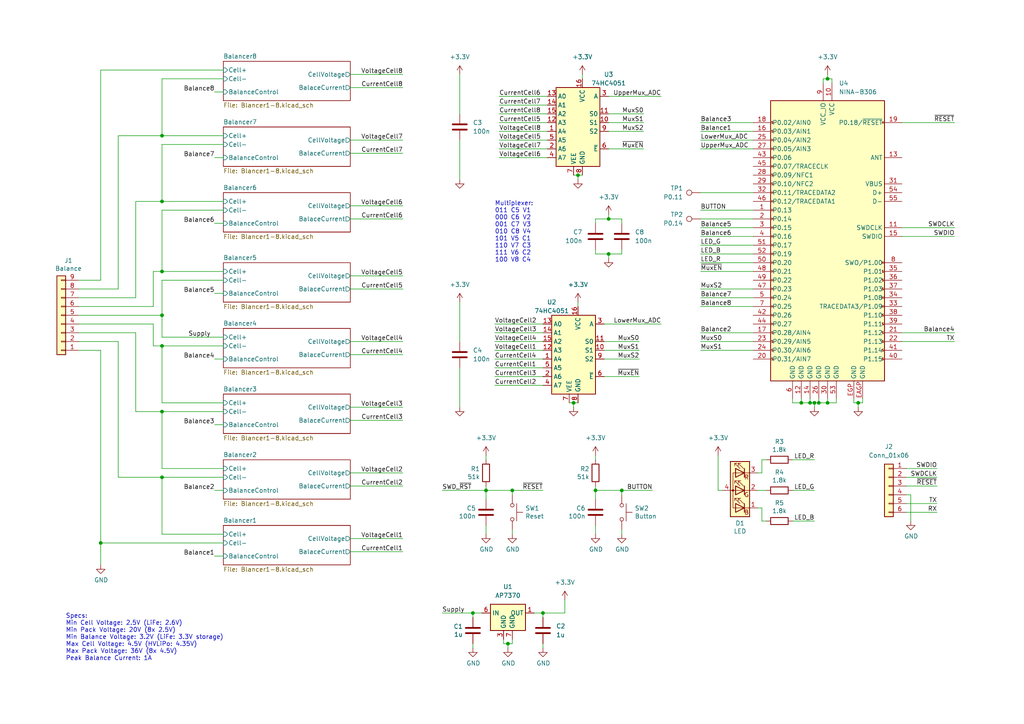
<source format=kicad_sch>
(kicad_sch (version 20211123) (generator eeschema)
  (paper "A4")
  (title_block (title "8-Cell Balancer") (date "2024-01-10") (rev "-"))
  (lib_symbols
    (symbol "0_ProjectLibrary:LDO_Diodes_AP7370"
      (property "Reference" "U?" (at 0 8.89 0))
      (property "Value" "LDO_Diodes_AP7370" (at 0 6.35 0))
      (symbol "LDO_Diodes_AP7370_0_0"
        (pin passive line (at -1.27 -6.35 90) (length 2.54) (name "GND") (number "3"))
        (pin no_connect line (at 0 0 180) (length 2.54) hide (name "") (number "4"))
        (pin passive line (at 1.27 -6.35 90) (length 2.54) (name "GND") (number "7"))
      )
      (symbol "LDO_Diodes_AP7370_0_1"
        (rectangle (start -5.08 3.81) (end 5.08 -3.81) (stroke (width 0.254)) (fill (type background)))
      )
      (symbol "LDO_Diodes_AP7370_1_1"
        (pin power_out line (at 7.62 1.27 180) (length 2.54) (name "OUT") (number "1"))
        (pin no_connect line (at 0 0 180) (length 2.54) hide (name "") (number "2"))
        (pin no_connect line (at 0 0 180) (length 2.54) hide (name "") (number "5"))
        (pin power_in line (at -7.62 1.27 0) (length 2.54) (name "IN") (number "6"))
      )
    )
    (symbol "0_ProjectLibrary:Module_NINA-B306"
      (property "Reference" "U" (at -16.51 41.91 0))
      (property "Value" "Module_NINA-B306" (at 16.51 41.91 0))
      (symbol "Module_NINA-B306_0_1"
        (rectangle (start -16.51 40.64) (end 16.51 -40.64) (stroke (width 0.254)) (fill (type background)))
      )
      (symbol "Module_NINA-B306_1_1"
        (text "  H" (at -16.51 -24.13 0) (effects (font (size 0.635 0.635))))
        (text "  H" (at -16.51 -21.59 0) (effects (font (size 0.635 0.635))))
        (text "  H" (at -16.51 -19.05 0) (effects (font (size 0.635 0.635))))
        (text "  H" (at -16.51 -16.51 0) (effects (font (size 0.635 0.635))))
        (text "  H" (at -16.51 -13.97 0) (effects (font (size 0.635 0.635))))
        (text "  H" (at -16.51 -11.43 0) (effects (font (size 0.635 0.635))))
        (text "  H" (at -16.51 -8.89 0) (effects (font (size 0.635 0.635))))
        (text "  H" (at -16.51 -6.35 0) (effects (font (size 0.635 0.635))))
        (text "  H" (at -16.51 -3.81 0) (effects (font (size 0.635 0.635))))
        (text "  H" (at -16.51 -1.27 0) (effects (font (size 0.635 0.635))))
        (text "  H" (at -16.51 1.27 0) (effects (font (size 0.635 0.635))))
        (text "  H" (at -16.51 3.81 0) (effects (font (size 0.635 0.635))))
        (text "  H" (at -16.51 6.35 0) (effects (font (size 0.635 0.635))))
        (text "  H" (at -16.51 8.89 0) (effects (font (size 0.635 0.635))))
        (text "  H" (at -16.51 11.43 0) (effects (font (size 0.635 0.635))))
        (text "  H" (at -16.51 13.97 0) (effects (font (size 0.635 0.635))))
        (text "  H" (at -16.51 21.59 0) (effects (font (size 0.635 0.635))))
        (text "  H" (at -16.51 24.13 0) (effects (font (size 0.635 0.635))))
        (text "  H" (at -16.51 26.67 0) (effects (font (size 0.635 0.635))))
        (text "  H" (at -16.51 29.21 0) (effects (font (size 0.635 0.635))))
        (text "  S" (at -16.51 -34.29 0) (effects (font (size 0.635 0.635))))
        (text "  S" (at -16.51 -31.75 0) (effects (font (size 0.635 0.635))))
        (text "  S" (at -16.51 -29.21 0) (effects (font (size 0.635 0.635))))
        (text "  S" (at -16.51 -26.67 0) (effects (font (size 0.635 0.635))))
        (text "  S" (at -16.51 16.51 0) (effects (font (size 0.635 0.635))))
        (text "  S" (at -16.51 19.05 0) (effects (font (size 0.635 0.635))))
        (text "  S" (at -16.51 31.75 0) (effects (font (size 0.635 0.635))))
        (text "  S" (at -16.51 34.29 0) (effects (font (size 0.635 0.635))))
        (text "H  " (at 16.51 -19.05 0) (effects (font (size 0.635 0.635))))
        (text "H  " (at 16.51 -16.51 0) (effects (font (size 0.635 0.635))))
        (text "H  " (at 16.51 -6.35 0) (effects (font (size 0.635 0.635))))
        (text "H  " (at 16.51 34.29 0) (effects (font (size 0.635 0.635))))
        (text "S  " (at 16.51 -34.29 0) (effects (font (size 0.635 0.635))))
        (text "S  " (at 16.51 -31.75 0) (effects (font (size 0.635 0.635))))
        (text "S  " (at 16.51 -29.21 0) (effects (font (size 0.635 0.635))))
        (text "S  " (at 16.51 -26.67 0) (effects (font (size 0.635 0.635))))
        (text "S  " (at 16.51 -24.13 0) (effects (font (size 0.635 0.635))))
        (text "S  " (at 16.51 -21.59 0) (effects (font (size 0.635 0.635))))
        (text "S  " (at 16.51 -13.97 0) (effects (font (size 0.635 0.635))))
        (text "S  " (at 16.51 -11.43 0) (effects (font (size 0.635 0.635))))
        (text "S  " (at 16.51 -8.89 0) (effects (font (size 0.635 0.635))))
        (pin bidirectional line (at -21.59 8.89 0) (length 5.08) (name "P0.13") (number "1"))
        (pin power_in line (at 1.27 45.72 270) (length 5.08) (name "VCC") (number "10"))
        (pin input line (at 21.59 3.81 180) (length 5.08) (name "SWDCLK") (number "11"))
        (pin power_in line (at -7.62 -45.72 90) (length 5.08) (name "GND") (number "12"))
        (pin passive line (at 21.59 24.13 180) (length 5.08) (name "ANT") (number "13"))
        (pin power_in line (at -5.08 -45.72 90) (length 5.08) (name "GND") (number "14"))
        (pin bidirectional line (at 21.59 1.27 180) (length 5.08) (name "SWDIO") (number "15"))
        (pin bidirectional line (at -21.59 31.75 0) (length 5.08) (name "P0.03/AIN1") (number "16"))
        (pin bidirectional line (at -21.59 -26.67 0) (length 5.08) (name "P0.28/AIN4") (number "17"))
        (pin bidirectional line (at -21.59 34.29 0) (length 5.08) (name "P0.02/AIN0") (number "18"))
        (pin bidirectional line (at 21.59 34.29 180) (length 5.08) (name "P0.18/~{RESET}") (number "19"))
        (pin bidirectional line (at -21.59 6.35 0) (length 5.08) (name "P0.14") (number "2"))
        (pin bidirectional line (at -21.59 -34.29 0) (length 5.08) (name "P0.31/AIN7") (number "20"))
        (pin bidirectional line (at 21.59 -26.67 180) (length 5.08) (name "P1.12") (number "21"))
        (pin bidirectional line (at 21.59 -29.21 180) (length 5.08) (name "P1.13") (number "22"))
        (pin bidirectional line (at -21.59 -29.21 0) (length 5.08) (name "P0.29/AIN5") (number "23"))
        (pin bidirectional line (at -21.59 -31.75 0) (length 5.08) (name "P0.30/AIN6") (number "24"))
        (pin bidirectional line (at -21.59 29.21 0) (length 5.08) (name "P0.04/AIN2") (number "25"))
        (pin power_in line (at -2.54 -45.72 90) (length 5.08) (name "GND") (number "26"))
        (pin bidirectional line (at -21.59 26.67 0) (length 5.08) (name "P0.05/AIN3") (number "27"))
        (pin bidirectional line (at -21.59 19.05 0) (length 5.08) (name "P0.09/NFC1") (number "28"))
        (pin bidirectional line (at -21.59 16.51 0) (length 5.08) (name "P0.10/NFC2") (number "29"))
        (pin bidirectional line (at -21.59 3.81 0) (length 5.08) (name "P0.15") (number "3"))
        (pin power_in line (at 0 -45.72 90) (length 5.08) (name "GND") (number "30"))
        (pin power_in line (at 21.59 16.51 180) (length 5.08) (name "VBUS") (number "31"))
        (pin bidirectional line (at -21.59 13.97 0) (length 5.08) (name "P0.11/TRACEDATA2") (number "32"))
        (pin bidirectional line (at 21.59 -19.05 180) (length 5.08) (name "TRACEDATA3/P1.09") (number "33"))
        (pin bidirectional line (at 21.59 -16.51 180) (length 5.08) (name "P1.08") (number "34"))
        (pin bidirectional line (at 21.59 -8.89 180) (length 5.08) (name "P1.01") (number "35"))
        (pin bidirectional line (at 21.59 -11.43 180) (length 5.08) (name "P1.02") (number "36"))
        (pin bidirectional line (at 21.59 -13.97 180) (length 5.08) (name "P1.03") (number "37"))
        (pin bidirectional line (at 21.59 -21.59 180) (length 5.08) (name "P1.10") (number "38"))
        (pin bidirectional line (at 21.59 -24.13 180) (length 5.08) (name "P1.11") (number "39"))
        (pin bidirectional line (at -21.59 1.27 0) (length 5.08) (name "P0.16") (number "4"))
        (pin bidirectional line (at 21.59 -34.29 180) (length 5.08) (name "P1.15") (number "40"))
        (pin bidirectional line (at 21.59 -31.75 180) (length 5.08) (name "P1.14") (number "41"))
        (pin bidirectional line (at -21.59 -21.59 0) (length 5.08) (name "P0.26") (number "42"))
        (pin bidirectional line (at -21.59 24.13 0) (length 5.08) (name "P0.06") (number "43"))
        (pin bidirectional line (at -21.59 -24.13 0) (length 5.08) (name "P0.27") (number "44"))
        (pin bidirectional line (at -21.59 21.59 0) (length 5.08) (name "P0.07/TRACECLK") (number "45"))
        (pin bidirectional line (at -21.59 11.43 0) (length 5.08) (name "P0.12/TRACEDATA1") (number "46"))
        (pin bidirectional line (at -21.59 -13.97 0) (length 5.08) (name "P0.23") (number "47"))
        (pin bidirectional line (at -21.59 -8.89 0) (length 5.08) (name "P0.21") (number "48"))
        (pin bidirectional line (at -21.59 -11.43 0) (length 5.08) (name "P0.22") (number "49"))
        (pin bidirectional line (at -21.59 -16.51 0) (length 5.08) (name "P0.24") (number "5"))
        (pin bidirectional line (at -21.59 -6.35 0) (length 5.08) (name "P0.20") (number "50"))
        (pin bidirectional line (at -21.59 -1.27 0) (length 5.08) (name "P0.17") (number "51"))
        (pin bidirectional line (at -21.59 -3.81 0) (length 5.08) (name "P0.19") (number "52"))
        (pin power_in line (at 2.54 -45.72 90) (length 5.08) (name "GND") (number "53"))
        (pin bidirectional line (at 21.59 13.97 180) (length 5.08) (name "D+") (number "54"))
        (pin bidirectional line (at 21.59 11.43 180) (length 5.08) (name "D-") (number "55"))
        (pin power_in line (at -10.16 -45.72 90) (length 5.08) (name "GND") (number "6"))
        (pin bidirectional line (at -21.59 -19.05 0) (length 5.08) (name "P0.25") (number "7"))
        (pin bidirectional line (at 21.59 -6.35 180) (length 5.08) (name "SWO/P1.00") (number "8"))
        (pin power_in line (at -1.27 45.72 270) (length 5.08) (name "VCC_IO") (number "9"))
        (pin power_in line (at 10.16 -45.72 90) (length 5.08) (name "GND") (number "EAGP"))
        (pin power_in line (at 7.62 -45.72 90) (length 5.08) (name "GND") (number "EGP"))
      )
    )
    (symbol "74HC4051_1"
      (property "Reference" "U7" (at -7.62 13.97 0))
      (property "Value" "74HC4051" (at -7.62 11.43 0))
      (symbol "74HC4051_1_0_1"
        (rectangle (start -5.08 10.16) (end 7.62 -12.7) (stroke (width 0.254)) (fill (type background)))
      )
      (symbol "74HC4051_1_1_1"
        (pin passive line (at 10.16 -2.54 180) (length 2.54) (name "A4") (number "1"))
        (pin input line (at -7.62 0 0) (length 2.54) (name "S1") (number "10"))
        (pin input line (at -7.62 2.54 0) (length 2.54) (name "S0") (number "11"))
        (pin passive line (at 10.16 0 180) (length 2.54) (name "A3") (number "12"))
        (pin passive line (at 10.16 7.62 180) (length 2.54) (name "A0") (number "13"))
        (pin passive line (at 10.16 5.08 180) (length 2.54) (name "A1") (number "14"))
        (pin passive line (at 10.16 2.54 180) (length 2.54) (name "A2") (number "15"))
        (pin power_in line (at 0 12.7 270) (length 2.54) (name "VCC") (number "16"))
        (pin passive line (at 10.16 -7.62 180) (length 2.54) (name "A6") (number "2"))
        (pin passive line (at -7.62 7.62 0) (length 2.54) (name "A") (number "3"))
        (pin passive line (at 10.16 -10.16 180) (length 2.54) (name "A7") (number "4"))
        (pin passive line (at 10.16 -5.08 180) (length 2.54) (name "A5") (number "5"))
        (pin input line (at -7.62 -7.62 0) (length 2.54) (name "~{E}") (number "6"))
        (pin power_in line (at 2.54 -15.24 90) (length 2.54) (name "VEE") (number "7"))
        (pin power_in line (at 0 -15.24 90) (length 2.54) (name "GND") (number "8"))
        (pin input line (at -7.62 -2.54 0) (length 2.54) (name "S2") (number "9"))
      )
    )
    (symbol "74xx:74HC4051"
      (property "Reference" "U" (at -5.08 11.43 0))
      (property "Value" "74HC4051" (at -7.62 -13.97 0))
      (symbol "74HC4051_0_1"
        (rectangle (start -5.08 10.16) (end 7.62 -12.7) (stroke (width 0.254)) (fill (type background)))
      )
      (symbol "74HC4051_1_1"
        (pin passive line (at 10.16 -2.54 180) (length 2.54) (name "A4") (number "1"))
        (pin input line (at -7.62 0 0) (length 2.54) (name "S1") (number "10"))
        (pin input line (at -7.62 2.54 0) (length 2.54) (name "S0") (number "11"))
        (pin passive line (at 10.16 0 180) (length 2.54) (name "A3") (number "12"))
        (pin passive line (at 10.16 7.62 180) (length 2.54) (name "A0") (number "13"))
        (pin passive line (at 10.16 5.08 180) (length 2.54) (name "A1") (number "14"))
        (pin passive line (at 10.16 2.54 180) (length 2.54) (name "A2") (number "15"))
        (pin power_in line (at 0 12.7 270) (length 2.54) (name "VCC") (number "16"))
        (pin passive line (at 10.16 -7.62 180) (length 2.54) (name "A6") (number "2"))
        (pin passive line (at -7.62 7.62 0) (length 2.54) (name "A") (number "3"))
        (pin passive line (at 10.16 -10.16 180) (length 2.54) (name "A7") (number "4"))
        (pin passive line (at 10.16 -5.08 180) (length 2.54) (name "A5") (number "5"))
        (pin input line (at -7.62 -7.62 0) (length 2.54) (name "~{E}") (number "6"))
        (pin power_in line (at 2.54 -15.24 90) (length 2.54) (name "VEE") (number "7"))
        (pin power_in line (at 0 -15.24 90) (length 2.54) (name "GND") (number "8"))
        (pin input line (at -7.62 -2.54 0) (length 2.54) (name "S2") (number "9"))
      )
    )
    (symbol "Connector:TestPoint" (pin_numbers hide) (pin_names (offset 0.762) hide)
      (property "Reference" "TP" (at 0 6.858 0))
      (property "Value" "TestPoint" (at 0 5.08 0))
      (symbol "TestPoint_0_1"
        (circle (center 0 3.302) (radius 0.762))
      )
      (symbol "TestPoint_1_1"
        (pin passive line (at 0 0 90) (length 2.54) (name "1") (number "1"))
      )
    )
    (symbol "Connector_Generic:Conn_01x06" (pin_names (offset 1.016) hide)
      (property "Reference" "J" (at 0 7.62 0))
      (property "Value" "Conn_01x06" (at 0 -10.16 0))
      (symbol "Conn_01x06_1_1"
        (rectangle (start -1.27 -7.493) (end 0 -7.747) (stroke (width 0.1524)))
        (rectangle (start -1.27 -4.953) (end 0 -5.207) (stroke (width 0.1524)))
        (rectangle (start -1.27 -2.413) (end 0 -2.667) (stroke (width 0.1524)))
        (rectangle (start -1.27 0.127) (end 0 -0.127) (stroke (width 0.1524)))
        (rectangle (start -1.27 2.667) (end 0 2.413) (stroke (width 0.1524)))
        (rectangle (start -1.27 5.207) (end 0 4.953) (stroke (width 0.1524)))
        (rectangle (start -1.27 6.35) (end 1.27 -8.89) (stroke (width 0.254)) (fill (type background)))
        (pin passive line (at -5.08 5.08 0) (length 3.81) (name "Pin_1") (number "1"))
        (pin passive line (at -5.08 2.54 0) (length 3.81) (name "Pin_2") (number "2"))
        (pin passive line (at -5.08 0 0) (length 3.81) (name "Pin_3") (number "3"))
        (pin passive line (at -5.08 -2.54 0) (length 3.81) (name "Pin_4") (number "4"))
        (pin passive line (at -5.08 -5.08 0) (length 3.81) (name "Pin_5") (number "5"))
        (pin passive line (at -5.08 -7.62 0) (length 3.81) (name "Pin_6") (number "6"))
      )
    )
    (symbol "Connector_Generic:Conn_01x09" (pin_names (offset 1.016) hide)
      (property "Reference" "J" (at 0 12.7 0))
      (property "Value" "Conn_01x09" (at 0 -12.7 0))
      (symbol "Conn_01x09_1_1"
        (rectangle (start -1.27 -10.033) (end 0 -10.287) (stroke (width 0.1524)))
        (rectangle (start -1.27 -7.493) (end 0 -7.747) (stroke (width 0.1524)))
        (rectangle (start -1.27 -4.953) (end 0 -5.207) (stroke (width 0.1524)))
        (rectangle (start -1.27 -2.413) (end 0 -2.667) (stroke (width 0.1524)))
        (rectangle (start -1.27 0.127) (end 0 -0.127) (stroke (width 0.1524)))
        (rectangle (start -1.27 2.667) (end 0 2.413) (stroke (width 0.1524)))
        (rectangle (start -1.27 5.207) (end 0 4.953) (stroke (width 0.1524)))
        (rectangle (start -1.27 7.747) (end 0 7.493) (stroke (width 0.1524)))
        (rectangle (start -1.27 10.287) (end 0 10.033) (stroke (width 0.1524)))
        (rectangle (start -1.27 11.43) (end 1.27 -11.43) (stroke (width 0.254)) (fill (type background)))
        (pin passive line (at -5.08 10.16 0) (length 3.81) (name "Pin_1") (number "1"))
        (pin passive line (at -5.08 7.62 0) (length 3.81) (name "Pin_2") (number "2"))
        (pin passive line (at -5.08 5.08 0) (length 3.81) (name "Pin_3") (number "3"))
        (pin passive line (at -5.08 2.54 0) (length 3.81) (name "Pin_4") (number "4"))
        (pin passive line (at -5.08 0 0) (length 3.81) (name "Pin_5") (number "5"))
        (pin passive line (at -5.08 -2.54 0) (length 3.81) (name "Pin_6") (number "6"))
        (pin passive line (at -5.08 -5.08 0) (length 3.81) (name "Pin_7") (number "7"))
        (pin passive line (at -5.08 -7.62 0) (length 3.81) (name "Pin_8") (number "8"))
        (pin passive line (at -5.08 -10.16 0) (length 3.81) (name "Pin_9") (number "9"))
      )
    )
    (symbol "Device:C" (pin_numbers hide) (pin_names (offset 0.254))
      (property "Reference" "C" (at 0.635 2.54 0))
      (property "Value" "C" (at 0.635 -2.54 0))
      (symbol "C_0_1"
        (polyline (pts (xy -2.032 -0.762) (xy 2.032 -0.762)) (stroke (width 0.508)))
        (polyline (pts (xy -2.032 0.762) (xy 2.032 0.762)) (stroke (width 0.508)))
      )
      (symbol "C_1_1"
        (pin passive line (at 0 3.81 270) (length 2.794) (name "~") (number "1"))
        (pin passive line (at 0 -3.81 90) (length 2.794) (name "~") (number "2"))
      )
    )
    (symbol "Device:LED_BGRA" (pin_names (offset 0) hide)
      (property "Reference" "D" (at 0 9.398 0))
      (property "Value" "LED_BGRA" (at 0 -8.89 0))
      (symbol "LED_BGRA_0_0"
        (text "B" (at -1.905 -6.35 0) (effects (font (size 1.27 1.27))))
        (text "G" (at -1.905 -1.27 0) (effects (font (size 1.27 1.27))))
        (text "R" (at -1.905 3.81 0) (effects (font (size 1.27 1.27))))
      )
      (symbol "LED_BGRA_0_1"
        (polyline (pts (xy -1.27 -5.08) (xy -2.54 -5.08)))
        (polyline (pts (xy -1.27 -5.08) (xy 1.27 -5.08)))
        (polyline (pts (xy -1.27 -3.81) (xy -1.27 -6.35)) (stroke (width 0.254)))
        (polyline (pts (xy -1.27 0) (xy -2.54 0)))
        (polyline (pts (xy -1.27 1.27) (xy -1.27 -1.27)) (stroke (width 0.254)))
        (polyline (pts (xy -1.27 5.08) (xy -2.54 5.08)))
        (polyline (pts (xy -1.27 5.08) (xy 1.27 5.08)))
        (polyline (pts (xy -1.27 6.35) (xy -1.27 3.81)) (stroke (width 0.254)))
        (polyline (pts (xy 1.27 0) (xy -1.27 0)))
        (polyline (pts (xy 1.27 0) (xy 2.54 0)))
        (polyline (pts (xy -1.27 1.27) (xy -1.27 -1.27) (xy -1.27 -1.27)))
        (polyline (pts (xy -1.27 6.35) (xy -1.27 3.81) (xy -1.27 3.81)))
        (polyline (pts (xy 1.27 -5.08) (xy 2.032 -5.08) (xy 2.032 5.08) (xy 1.27 5.08)))
        (polyline (pts (xy 1.27 -3.81) (xy 1.27 -6.35) (xy -1.27 -5.08) (xy 1.27 -3.81)) (stroke (width 0.254)))
        (polyline (pts (xy 1.27 1.27) (xy 1.27 -1.27) (xy -1.27 0) (xy 1.27 1.27)) (stroke (width 0.254)))
        (polyline (pts (xy 1.27 6.35) (xy 1.27 3.81) (xy -1.27 5.08) (xy 1.27 6.35)) (stroke (width 0.254)))
        (polyline (pts (xy -1.016 -3.81) (xy 0.508 -2.286) (xy -0.254 -2.286) (xy 0.508 -2.286) (xy 0.508 -3.048)))
        (polyline (pts (xy -1.016 1.27) (xy 0.508 2.794) (xy -0.254 2.794) (xy 0.508 2.794) (xy 0.508 2.032)))
        (polyline (pts (xy -1.016 6.35) (xy 0.508 7.874) (xy -0.254 7.874) (xy 0.508 7.874) (xy 0.508 7.112)))
        (polyline (pts (xy 0 -3.81) (xy 1.524 -2.286) (xy 0.762 -2.286) (xy 1.524 -2.286) (xy 1.524 -3.048)))
        (polyline (pts (xy 0 1.27) (xy 1.524 2.794) (xy 0.762 2.794) (xy 1.524 2.794) (xy 1.524 2.032)))
        (polyline (pts (xy 0 6.35) (xy 1.524 7.874) (xy 0.762 7.874) (xy 1.524 7.874) (xy 1.524 7.112)))
        (rectangle (start 1.27 -1.27) (end 1.27 1.27))
        (rectangle (start 1.27 1.27) (end 1.27 1.27))
        (rectangle (start 1.27 3.81) (end 1.27 6.35))
        (rectangle (start 1.27 6.35) (end 1.27 6.35))
        (circle (center 2.032 0) (radius 0.254) (fill (type outline)))
        (rectangle (start 2.794 8.382) (end -2.794 -7.62) (stroke (width 0.254)) (fill (type background)))
      )
      (symbol "LED_BGRA_1_1"
        (pin passive line (at -5.08 -5.08 0) (length 2.54) (name "BK") (number "1"))
        (pin passive line (at -5.08 0 0) (length 2.54) (name "GK") (number "2"))
        (pin passive line (at -5.08 5.08 0) (length 2.54) (name "RK") (number "3"))
        (pin passive line (at 5.08 0 180) (length 2.54) (name "A") (number "4"))
      )
    )
    (symbol "Device:R" (pin_numbers hide) (pin_names (offset 0))
      (property "Reference" "R" (at 2.032 0 90))
      (property "Value" "R" (at 0 0 90))
      (symbol "R_0_1"
        (rectangle (start -1.016 -2.54) (end 1.016 2.54) (stroke (width 0.254)))
      )
      (symbol "R_1_1"
        (pin passive line (at 0 3.81 270) (length 1.27) (name "~") (number "1"))
        (pin passive line (at 0 -3.81 90) (length 1.27) (name "~") (number "2"))
      )
    )
    (symbol "Switch:SW_Push" (pin_numbers hide) (pin_names (offset 1.016) hide)
      (property "Reference" "SW" (at 1.27 2.54 0))
      (property "Value" "SW_Push" (at 0 -1.524 0))
      (symbol "SW_Push_0_1"
        (circle (center -2.032 0) (radius 0.508))
        (polyline (pts (xy 0 1.27) (xy 0 3.048)))
        (polyline (pts (xy 2.54 1.27) (xy -2.54 1.27)))
        (circle (center 2.032 0) (radius 0.508))
        (pin passive line (at -5.08 0 0) (length 2.54) (name "1") (number "1"))
        (pin passive line (at 5.08 0 180) (length 2.54) (name "2") (number "2"))
      )
    )
    (symbol "power:+3.3V" (power) (pin_names (offset 0))
      (property "Value" "+3.3V" (at 0 3.556 0))
      (symbol "+3.3V_0_1"
        (polyline (pts (xy -0.762 1.27) (xy 0 2.54)))
        (polyline (pts (xy 0 0) (xy 0 2.54)))
        (polyline (pts (xy 0 2.54) (xy 0.762 1.27)))
      )
      (symbol "+3.3V_1_1"
        (pin power_in line (at 0 0 90) (length 0) hide (name "+3.3V") (number "1"))
      )
    )
    (symbol "power:GND" (power) (pin_names (offset 0))
      (property "Value" "GND" (at 0 -3.81 0))
      (symbol "GND_0_1"
        (polyline (pts (xy 0 0) (xy 0 -1.27) (xy 1.27 -1.27) (xy 0 -2.54) (xy -1.27 -1.27) (xy 0 -1.27)))
      )
      (symbol "GND_1_1"
        (pin power_in line (at 0 0 270) (length 0) hide (name "GND") (number "1"))
      )
    )
  )
  (junction (at 157.48 177.8))
  (junction (at 46.99 119.38))
  (junction (at 147.32 186.69))
  (junction (at 248.92 116.84))
  (junction (at 240.03 22.86))
  (junction (at 46.99 58.42))
  (junction (at 166.37 116.84))
  (junction (at 46.99 100.33))
  (junction (at 167.64 50.8))
  (junction (at 232.41 116.84))
  (junction (at 46.99 91.44))
  (junction (at 46.99 138.43))
  (junction (at 176.53 73.66))
  (junction (at 140.97 142.24))
  (junction (at 176.53 63.5))
  (junction (at 29.21 157.48))
  (junction (at 148.59 142.24))
  (junction (at 236.22 116.84))
  (junction (at 172.72 142.24))
  (junction (at 240.03 116.84))
  (junction (at 180.34 142.24))
  (junction (at 137.16 177.8))
  (junction (at 46.99 39.37))
  (junction (at 234.95 116.84))
  (junction (at 46.99 78.74))
  (junction (at 237.49 116.84))
  (wire (pts (xy 262.89 143.51) (xy 264.16 143.51)))
  (wire (pts (xy 203.2 96.52) (xy 218.44 96.52)))
  (wire (pts (xy 143.51 99.06) (xy 157.48 99.06)))
  (wire (pts (xy 29.21 20.32) (xy 29.21 81.28)))
  (wire (pts (xy 250.19 115.57) (xy 250.19 116.84)))
  (wire (pts (xy 203.2 76.2) (xy 218.44 76.2)))
  (wire (pts (xy 229.87 142.24) (xy 236.22 142.24)))
  (wire (pts (xy 62.23 104.14) (xy 64.77 104.14)))
  (wire (pts (xy 34.29 138.43) (xy 46.99 138.43)))
  (wire (pts (xy 137.16 186.69) (xy 137.16 187.96)))
  (wire (pts (xy 22.86 91.44) (xy 46.99 91.44)))
  (wire (pts (xy 157.48 101.6) (xy 143.51 101.6)))
  (wire (pts (xy 101.6 59.69) (xy 116.84 59.69)))
  (wire (pts (xy 203.2 68.58) (xy 218.44 68.58)))
  (wire (pts (xy 247.65 116.84) (xy 248.92 116.84)))
  (wire (pts (xy 133.35 87.63) (xy 133.35 99.06)))
  (wire (pts (xy 46.99 58.42) (xy 39.37 58.42)))
  (wire (pts (xy 34.29 39.37) (xy 46.99 39.37)))
  (wire (pts (xy 39.37 119.38) (xy 39.37 96.52)))
  (wire (pts (xy 208.28 142.24) (xy 209.55 142.24)))
  (wire (pts (xy 140.97 140.97) (xy 140.97 142.24)))
  (wire (pts (xy 163.83 177.8) (xy 157.48 177.8)))
  (wire (pts (xy 229.87 116.84) (xy 232.41 116.84)))
  (wire (pts (xy 208.28 132.08) (xy 208.28 142.24)))
  (wire (pts (xy 101.6 80.01) (xy 116.84 80.01)))
  (wire (pts (xy 46.99 138.43) (xy 46.99 154.94)))
  (wire (pts (xy 176.53 33.02) (xy 186.69 33.02)))
  (wire (pts (xy 62.23 142.24) (xy 64.77 142.24)))
  (wire (pts (xy 176.53 38.1) (xy 186.69 38.1)))
  (wire (pts (xy 140.97 142.24) (xy 128.27 142.24)))
  (wire (pts (xy 64.77 78.74) (xy 46.99 78.74)))
  (wire (pts (xy 44.45 93.98) (xy 22.86 93.98)))
  (wire (pts (xy 44.45 100.33) (xy 46.99 100.33)))
  (wire (pts (xy 264.16 143.51) (xy 264.16 151.13)))
  (wire (pts (xy 172.72 140.97) (xy 172.72 142.24)))
  (wire (pts (xy 101.6 140.97) (xy 116.84 140.97)))
  (wire (pts (xy 46.99 100.33) (xy 64.77 100.33)))
  (wire (pts (xy 143.51 93.98) (xy 157.48 93.98)))
  (wire (pts (xy 62.23 123.19) (xy 64.77 123.19)))
  (wire (pts (xy 44.45 88.9) (xy 22.86 88.9)))
  (wire (pts (xy 166.37 50.8) (xy 167.64 50.8)))
  (wire (pts (xy 175.26 99.06) (xy 185.42 99.06)))
  (wire (pts (xy 168.91 21.59) (xy 168.91 22.86)))
  (wire (pts (xy 101.6 121.92) (xy 116.84 121.92)))
  (wire (pts (xy 238.76 24.13) (xy 238.76 22.86)))
  (wire (pts (xy 191.77 93.98) (xy 175.26 93.98)))
  (wire (pts (xy 176.53 73.66) (xy 180.34 73.66)))
  (wire (pts (xy 101.6 156.21) (xy 116.84 156.21)))
  (wire (pts (xy 203.2 38.1) (xy 218.44 38.1)))
  (wire (pts (xy 218.44 101.6) (xy 203.2 101.6)))
  (wire (pts (xy 229.87 133.35) (xy 236.22 133.35)))
  (wire (pts (xy 101.6 160.02) (xy 116.84 160.02)))
  (wire (pts (xy 39.37 86.36) (xy 22.86 86.36)))
  (wire (pts (xy 148.59 153.67) (xy 148.59 154.94)))
  (wire (pts (xy 62.23 26.67) (xy 64.77 26.67)))
  (wire (pts (xy 175.26 101.6) (xy 185.42 101.6)))
  (wire (pts (xy 172.72 72.39) (xy 172.72 73.66)))
  (wire (pts (xy 157.48 96.52) (xy 143.51 96.52)))
  (wire (pts (xy 248.92 116.84) (xy 250.19 116.84)))
  (wire (pts (xy 218.44 99.06) (xy 203.2 99.06)))
  (wire (pts (xy 46.99 138.43) (xy 64.77 138.43)))
  (wire (pts (xy 203.2 60.96) (xy 218.44 60.96)))
  (wire (pts (xy 158.75 33.02) (xy 144.78 33.02)))
  (wire (pts (xy 176.53 43.18) (xy 186.69 43.18)))
  (wire (pts (xy 236.22 116.84) (xy 236.22 118.11)))
  (wire (pts (xy 220.98 147.32) (xy 219.71 147.32)))
  (wire (pts (xy 237.49 115.57) (xy 237.49 116.84)))
  (wire (pts (xy 163.83 173.99) (xy 163.83 177.8)))
  (wire (pts (xy 248.92 116.84) (xy 248.92 118.11)))
  (wire (pts (xy 29.21 157.48) (xy 29.21 163.83)))
  (wire (pts (xy 261.62 66.04) (xy 276.86 66.04)))
  (wire (pts (xy 101.6 21.59) (xy 116.84 21.59)))
  (wire (pts (xy 172.72 142.24) (xy 172.72 144.78)))
  (wire (pts (xy 39.37 96.52) (xy 22.86 96.52)))
  (wire (pts (xy 147.32 186.69) (xy 148.59 186.69)))
  (wire (pts (xy 176.53 63.5) (xy 180.34 63.5)))
  (wire (pts (xy 34.29 99.06) (xy 22.86 99.06)))
  (wire (pts (xy 147.32 186.69) (xy 147.32 187.96)))
  (wire (pts (xy 262.89 146.05) (xy 271.78 146.05)))
  (wire (pts (xy 39.37 119.38) (xy 46.99 119.38)))
  (wire (pts (xy 180.34 142.24) (xy 189.23 142.24)))
  (wire (pts (xy 203.2 86.36) (xy 218.44 86.36)))
  (wire (pts (xy 203.2 55.88) (xy 218.44 55.88)))
  (wire (pts (xy 237.49 116.84) (xy 240.03 116.84)))
  (wire (pts (xy 222.25 151.13) (xy 220.98 151.13)))
  (wire (pts (xy 143.51 111.76) (xy 157.48 111.76)))
  (wire (pts (xy 22.86 83.82) (xy 34.29 83.82)))
  (wire (pts (xy 166.37 118.11) (xy 166.37 116.84)))
  (wire (pts (xy 128.27 177.8) (xy 137.16 177.8)))
  (wire (pts (xy 158.75 35.56) (xy 144.78 35.56)))
  (wire (pts (xy 229.87 151.13) (xy 236.22 151.13)))
  (wire (pts (xy 175.26 109.22) (xy 185.42 109.22)))
  (wire (pts (xy 101.6 40.64) (xy 116.84 40.64)))
  (wire (pts (xy 146.05 186.69) (xy 147.32 186.69)))
  (wire (pts (xy 203.2 78.74) (xy 218.44 78.74)))
  (wire (pts (xy 158.75 38.1) (xy 144.78 38.1)))
  (wire (pts (xy 46.99 41.91) (xy 46.99 58.42)))
  (wire (pts (xy 101.6 44.45) (xy 116.84 44.45)))
  (wire (pts (xy 101.6 63.5) (xy 116.84 63.5)))
  (wire (pts (xy 220.98 151.13) (xy 220.98 147.32)))
  (wire (pts (xy 158.75 30.48) (xy 144.78 30.48)))
  (wire (pts (xy 157.48 186.69) (xy 157.48 187.96)))
  (wire (pts (xy 46.99 100.33) (xy 46.99 116.84)))
  (wire (pts (xy 29.21 81.28) (xy 22.86 81.28)))
  (wire (pts (xy 229.87 115.57) (xy 229.87 116.84)))
  (wire (pts (xy 137.16 177.8) (xy 139.7 177.8)))
  (wire (pts (xy 172.72 152.4) (xy 172.72 154.94)))
  (wire (pts (xy 29.21 157.48) (xy 64.77 157.48)))
  (wire (pts (xy 157.48 109.22) (xy 143.51 109.22)))
  (wire (pts (xy 203.2 35.56) (xy 218.44 35.56)))
  (wire (pts (xy 236.22 116.84) (xy 237.49 116.84)))
  (wire (pts (xy 64.77 97.79) (xy 46.99 97.79)))
  (wire (pts (xy 133.35 106.68) (xy 133.35 118.11)))
  (wire (pts (xy 157.48 177.8) (xy 157.48 179.07)))
  (wire (pts (xy 140.97 133.35) (xy 140.97 132.08)))
  (wire (pts (xy 203.2 43.18) (xy 218.44 43.18)))
  (wire (pts (xy 39.37 58.42) (xy 39.37 86.36)))
  (wire (pts (xy 46.99 60.96) (xy 46.99 78.74)))
  (wire (pts (xy 191.77 27.94) (xy 176.53 27.94)))
  (wire (pts (xy 240.03 21.59) (xy 240.03 22.86)))
  (wire (pts (xy 46.99 119.38) (xy 64.77 119.38)))
  (wire (pts (xy 157.48 177.8) (xy 154.94 177.8)))
  (wire (pts (xy 180.34 63.5) (xy 180.34 64.77)))
  (wire (pts (xy 232.41 115.57) (xy 232.41 116.84)))
  (wire (pts (xy 34.29 138.43) (xy 34.29 99.06)))
  (wire (pts (xy 62.23 161.29) (xy 64.77 161.29)))
  (wire (pts (xy 220.98 133.35) (xy 222.25 133.35)))
  (wire (pts (xy 167.64 87.63) (xy 167.64 88.9)))
  (wire (pts (xy 44.45 100.33) (xy 44.45 93.98)))
  (wire (pts (xy 46.99 39.37) (xy 64.77 39.37)))
  (wire (pts (xy 261.62 68.58) (xy 276.86 68.58)))
  (wire (pts (xy 262.89 135.89) (xy 271.78 135.89)))
  (wire (pts (xy 46.99 60.96) (xy 64.77 60.96)))
  (wire (pts (xy 148.59 185.42) (xy 148.59 186.69)))
  (wire (pts (xy 137.16 177.8) (xy 137.16 179.07)))
  (wire (pts (xy 175.26 104.14) (xy 185.42 104.14)))
  (wire (pts (xy 167.64 50.8) (xy 168.91 50.8)))
  (wire (pts (xy 180.34 142.24) (xy 180.34 143.51)))
  (wire (pts (xy 44.45 78.74) (xy 44.45 88.9)))
  (wire (pts (xy 144.78 27.94) (xy 158.75 27.94)))
  (wire (pts (xy 46.99 22.86) (xy 64.77 22.86)))
  (wire (pts (xy 64.77 20.32) (xy 29.21 20.32)))
  (wire (pts (xy 172.72 133.35) (xy 172.72 132.08)))
  (wire (pts (xy 180.34 153.67) (xy 180.34 154.94)))
  (wire (pts (xy 261.62 96.52) (xy 276.86 96.52)))
  (wire (pts (xy 261.62 99.06) (xy 276.86 99.06)))
  (wire (pts (xy 158.75 43.18) (xy 144.78 43.18)))
  (wire (pts (xy 148.59 142.24) (xy 148.59 143.51)))
  (wire (pts (xy 146.05 185.42) (xy 146.05 186.69)))
  (wire (pts (xy 203.2 40.64) (xy 218.44 40.64)))
  (wire (pts (xy 262.89 138.43) (xy 271.78 138.43)))
  (wire (pts (xy 262.89 148.59) (xy 271.78 148.59)))
  (wire (pts (xy 140.97 152.4) (xy 140.97 154.94)))
  (wire (pts (xy 64.77 135.89) (xy 46.99 135.89)))
  (wire (pts (xy 240.03 115.57) (xy 240.03 116.84)))
  (wire (pts (xy 144.78 45.72) (xy 158.75 45.72)))
  (wire (pts (xy 203.2 73.66) (xy 218.44 73.66)))
  (wire (pts (xy 101.6 118.11) (xy 116.84 118.11)))
  (wire (pts (xy 62.23 45.72) (xy 64.77 45.72)))
  (wire (pts (xy 203.2 83.82) (xy 218.44 83.82)))
  (wire (pts (xy 133.35 21.59) (xy 133.35 33.02)))
  (wire (pts (xy 262.89 140.97) (xy 271.78 140.97)))
  (wire (pts (xy 46.99 81.28) (xy 46.99 91.44)))
  (wire (pts (xy 46.99 41.91) (xy 64.77 41.91)))
  (wire (pts (xy 203.2 63.5) (xy 218.44 63.5)))
  (wire (pts (xy 240.03 22.86) (xy 241.3 22.86)))
  (wire (pts (xy 64.77 116.84) (xy 46.99 116.84)))
  (wire (pts (xy 166.37 116.84) (xy 167.64 116.84)))
  (wire (pts (xy 176.53 35.56) (xy 186.69 35.56)))
  (wire (pts (xy 101.6 102.87) (xy 116.84 102.87)))
  (wire (pts (xy 172.72 73.66) (xy 176.53 73.66)))
  (wire (pts (xy 203.2 71.12) (xy 218.44 71.12)))
  (wire (pts (xy 140.97 142.24) (xy 148.59 142.24)))
  (wire (pts (xy 34.29 83.82) (xy 34.29 39.37)))
  (wire (pts (xy 232.41 116.84) (xy 234.95 116.84)))
  (wire (pts (xy 167.64 52.07) (xy 167.64 50.8)))
  (wire (pts (xy 172.72 64.77) (xy 172.72 63.5)))
  (wire (pts (xy 219.71 137.16) (xy 220.98 137.16)))
  (wire (pts (xy 101.6 83.82) (xy 116.84 83.82)))
  (wire (pts (xy 203.2 66.04) (xy 218.44 66.04)))
  (wire (pts (xy 62.23 85.09) (xy 64.77 85.09)))
  (wire (pts (xy 203.2 88.9) (xy 218.44 88.9)))
  (wire (pts (xy 101.6 137.16) (xy 116.84 137.16)))
  (wire (pts (xy 172.72 63.5) (xy 176.53 63.5)))
  (wire (pts (xy 64.77 81.28) (xy 46.99 81.28)))
  (wire (pts (xy 176.53 62.23) (xy 176.53 63.5)))
  (wire (pts (xy 241.3 22.86) (xy 241.3 24.13)))
  (wire (pts (xy 46.99 22.86) (xy 46.99 39.37)))
  (wire (pts (xy 46.99 78.74) (xy 44.45 78.74)))
  (wire (pts (xy 242.57 115.57) (xy 242.57 116.84)))
  (wire (pts (xy 157.48 106.68) (xy 143.51 106.68)))
  (wire (pts (xy 133.35 40.64) (xy 133.35 52.07)))
  (wire (pts (xy 46.99 154.94) (xy 64.77 154.94)))
  (wire (pts (xy 46.99 91.44) (xy 46.99 97.79)))
  (wire (pts (xy 22.86 101.6) (xy 29.21 101.6)))
  (wire (pts (xy 140.97 142.24) (xy 140.97 144.78)))
  (wire (pts (xy 247.65 115.57) (xy 247.65 116.84)))
  (wire (pts (xy 220.98 137.16) (xy 220.98 133.35)))
  (wire (pts (xy 29.21 101.6) (xy 29.21 157.48)))
  (wire (pts (xy 238.76 22.86) (xy 240.03 22.86)))
  (wire (pts (xy 101.6 25.4) (xy 116.84 25.4)))
  (wire (pts (xy 101.6 99.06) (xy 116.84 99.06)))
  (wire (pts (xy 143.51 104.14) (xy 157.48 104.14)))
  (wire (pts (xy 165.1 116.84) (xy 166.37 116.84)))
  (wire (pts (xy 148.59 142.24) (xy 157.48 142.24)))
  (wire (pts (xy 219.71 142.24) (xy 222.25 142.24)))
  (wire (pts (xy 62.23 64.77) (xy 64.77 64.77)))
  (wire (pts (xy 176.53 73.66) (xy 176.53 74.93)))
  (wire (pts (xy 46.99 119.38) (xy 46.99 135.89)))
  (wire (pts (xy 64.77 58.42) (xy 46.99 58.42)))
  (wire (pts (xy 234.95 116.84) (xy 236.22 116.84)))
  (wire (pts (xy 240.03 116.84) (xy 242.57 116.84)))
  (wire (pts (xy 234.95 115.57) (xy 234.95 116.84)))
  (wire (pts (xy 158.75 40.64) (xy 144.78 40.64)))
  (wire (pts (xy 180.34 72.39) (xy 180.34 73.66)))
  (wire (pts (xy 261.62 35.56) (xy 276.86 35.56)))
  (wire (pts (xy 172.72 142.24) (xy 180.34 142.24)))
  (text "Specs:\nMin Cell Voltage: 2.5V (LiFe: 2.6V)\nMin Pack Voltage: 20V (8x 2.5V)\nMin Balance Voltage: 3.2V (LiFe: 3.3V storage)\nMax Cell Voltage: 4.5V (HVLiPo: 4.35V)\nMax Pack Voltage: 36V (8x 4.5V)\nPeak Balance Current: 1A" (at 19.05 191.77 0) (effects (font (size 1.27 1.27)) (justify left bottom)))
  (text "Multiplexer:\n011 C5 V1\n000 C6 V2\n001 C7 V3\n010 C8 V4\n101 V5 C1\n110 V7 C3\n111 V6 C2\n100 V8 C4" (at 143.51 76.2 0) (effects (font (size 1.27 1.27)) (justify left bottom)))
  (label "Supply" (at 54.61 97.79 0))
  (label "CurrentCell1" (at 116.84 160.02 180))
  (label "VoltageCell3" (at 116.84 118.11 180))
  (label "CurrentCell8" (at 116.84 25.4 180))
  (label "Balance5" (at 62.23 85.09 180))
  (label "VoltageCell8" (at 116.84 21.59 180))
  (label "VoltageCell7" (at 144.78 43.18 0))
  (label "VoltageCell7" (at 116.84 40.64 180))
  (label "LowerMux_ADC" (at 191.77 93.98 180))
  (label "VoltageCell4" (at 116.84 99.06 180))
  (label "Balance7" (at 203.2 86.36 0))
  (label "Balance6" (at 62.23 64.77 180))
  (label "SWDIO" (at 271.78 135.89 180))
  (label "CurrentCell2" (at 116.84 140.97 180))
  (label "UpperMux_ADC" (at 203.2 43.18 0))
  (label "CurrentCell4" (at 116.84 102.87 180))
  (label "LowerMux_ADC" (at 203.2 40.64 0))
  (label "CurrentCell6" (at 116.84 63.5 180))
  (label "Balance2" (at 203.2 96.52 0))
  (label "MuxS1" (at 186.69 35.56 180))
  (label "MuxS2" (at 203.2 83.82 0))
  (label "LED_G" (at 236.22 142.24 180))
  (label "LED_B" (at 236.22 151.13 180))
  (label "MuxS2" (at 186.69 38.1 180))
  (label "VoltageCell1" (at 116.84 156.21 180))
  (label "SWDIO" (at 276.86 68.58 180))
  (label "SWD_~{RST}" (at 128.27 142.24 0))
  (label "VoltageCell2" (at 143.51 93.98 0))
  (label "CurrentCell7" (at 144.78 30.48 0))
  (label "MuxS0" (at 186.69 33.02 180))
  (label "TX" (at 271.78 146.05 180))
  (label "~{MuxEN}" (at 203.2 78.74 0))
  (label "LED_R" (at 203.2 76.2 0))
  (label "VoltageCell5" (at 144.78 40.64 0))
  (label "LED_R" (at 236.22 133.35 180))
  (label "CurrentCell5" (at 144.78 35.56 0))
  (label "~{MuxEN}" (at 186.69 43.18 180))
  (label "BUTTON" (at 189.23 142.24 180))
  (label "Balance1" (at 62.23 161.29 180))
  (label "VoltageCell3" (at 143.51 96.52 0))
  (label "Balance8" (at 62.23 26.67 180))
  (label "CurrentCell5" (at 116.84 83.82 180))
  (label "UpperMux_ADC" (at 191.77 27.94 180))
  (label "Balance8" (at 203.2 88.9 0))
  (label "VoltageCell6" (at 116.84 59.69 180))
  (label "SWDCLK" (at 276.86 66.04 180))
  (label "~{MuxEN}" (at 185.42 109.22 180))
  (label "SWDCLK" (at 271.78 138.43 180))
  (label "Balance3" (at 203.2 35.56 0))
  (label "~{RESET}" (at 157.48 142.24 180))
  (label "VoltageCell5" (at 116.84 80.01 180))
  (label "CurrentCell7" (at 116.84 44.45 180))
  (label "RX" (at 271.78 148.59 180))
  (label "CurrentCell2" (at 143.51 111.76 0))
  (label "VoltageCell4" (at 143.51 99.06 0))
  (label "MuxS0" (at 203.2 99.06 0))
  (label "BUTTON" (at 203.2 60.96 0))
  (label "CurrentCell6" (at 144.78 27.94 0))
  (label "Balance5" (at 203.2 66.04 0))
  (label "VoltageCell8" (at 144.78 38.1 0))
  (label "CurrentCell8" (at 144.78 33.02 0))
  (label "VoltageCell6" (at 144.78 45.72 0))
  (label "Balance3" (at 62.23 123.19 180))
  (label "LED_G" (at 203.2 71.12 0))
  (label "Balance6" (at 203.2 68.58 0))
  (label "~{RESET}" (at 271.78 140.97 180))
  (label "~{RESET}" (at 276.86 35.56 180))
  (label "MuxS1" (at 203.2 101.6 0))
  (label "Supply" (at 128.27 177.8 0))
  (label "LED_B" (at 203.2 73.66 0))
  (label "MuxS2" (at 185.42 104.14 180))
  (label "CurrentCell3" (at 143.51 109.22 0))
  (label "VoltageCell1" (at 143.51 101.6 0))
  (label "VoltageCell2" (at 116.84 137.16 180))
  (label "Balance2" (at 62.23 142.24 180))
  (label "MuxS0" (at 185.42 99.06 180))
  (label "Balance7" (at 62.23 45.72 180))
  (label "CurrentCell3" (at 116.84 121.92 180))
  (label "TX" (at 276.86 99.06 180))
  (label "CurrentCell1" (at 143.51 106.68 0))
  (label "Balance4" (at 62.23 104.14 180))
  (label "Balance4" (at 276.86 96.52 180))
  (label "Balance1" (at 203.2 38.1 0))
  (label "CurrentCell4" (at 143.51 104.14 0))
  (label "MuxS1" (at 185.42 101.6 180))
  (symbol (lib_id "power:+3.3V") (at 208.28 132.08 0) (unit 1)
    (property "Reference" "#PWR021" (effects hide))
    (property "Value" "+3.3V" (at 208.28 127 0))
  )
  (symbol (lib_id "power:+3.3V") (at 167.64 87.63 0) (unit 1)
    (property "Reference" "#PWR016" (effects hide))
    (property "Value" "+3.3V" (at 167.64 82.55 0))
  )
  (symbol (lib_id "Device:C") (at 133.35 36.83 0) (unit 1)
    (property "Reference" "C3" (at 137.16 35.5599 0) (effects (justify left)))
    (property "Value" "100n" (at 137.16 38.0999 0) (effects (justify left)))
    (property "Footprint" "Capacitor_SMD:C_0402_1005Metric" (effects hide))
  )
  (symbol (lib_id "Connector:TestPoint") (at 203.2 55.88 90) (unit 1)
    (property "Reference" "TP1" (at 198.12 54.6099 90) (effects (justify left)))
    (property "Value" "P0.11" (at 198.12 57.1499 90) (effects (justify left)))
    (property "Footprint" "0_ProjectLibrary:TestPoint_Pad_D1.0mm" (effects hide))
  )
  (symbol (lib_id "power:+3.3V") (at 168.91 21.59 0) (unit 1)
    (property "Reference" "#PWR017" (effects hide))
    (property "Value" "+3.3V" (at 168.91 16.51 0))
  )
  (symbol (lib_id "0_ProjectLibrary:Module_NINA-B306") (at 240.03 69.85 0) (unit 1)
    (property "Reference" "U4" (at 243.3194 24.13 0) (effects (justify left)))
    (property "Value" "NINA-B306" (at 243.3194 26.67 0) (effects (justify left)))
    (property "Footprint" "0_ProjectLibrary:Module_ublox_NINA-B306" (effects hide))
  )
  (symbol (lib_id "power:+3.3V") (at 240.03 21.59 0) (unit 1)
    (property "Reference" "#PWR023" (effects hide))
    (property "Value" "+3.3V" (at 240.03 16.51 0))
  )
  (symbol (lib_id "power:GND") (at 172.72 154.94 0) (unit 1)
    (property "Reference" "#PWR019" (effects hide))
    (property "Value" "GND" (at 172.847 159.3342 0))
  )
  (symbol (lib_id "power:GND") (at 140.97 154.94 0) (unit 1)
    (property "Reference" "#PWR012" (effects hide))
    (property "Value" "GND" (at 141.097 159.3342 0))
  )
  (symbol (lib_id "Device:LED_BGRA") (at 214.63 142.24 0) (mirror y) (unit 1)
    (property "Reference" "D1" (at 214.63 151.765 0))
    (property "Value" "LED" (at 214.63 154.0764 0))
    (property "Footprint" "0_ProjectLibrary:LED_RGB_1x1mm" (effects hide))
  )
  (symbol (lib_id "power:+3.3V") (at 172.72 132.08 0) (unit 1)
    (property "Reference" "#PWR018" (effects hide))
    (property "Value" "+3.3V" (at 172.72 127 0))
  )
  (symbol (lib_id "power:GND") (at 180.34 154.94 0) (unit 1)
    (property "Reference" "#PWR020" (effects hide))
    (property "Value" "GND" (at 180.467 159.3342 0))
  )
  (symbol (lib_id "Device:C") (at 140.97 148.59 0) (unit 1)
    (property "Reference" "C5" (at 138.049 147.4216 0) (effects (justify right)))
    (property "Value" "100n" (at 138.049 149.733 0) (effects (justify right)))
    (property "Footprint" "Capacitor_SMD:C_0402_1005Metric" (effects hide))
  )
  (symbol (lib_id "power:GND") (at 137.16 187.96 0) (unit 1)
    (property "Reference" "#PWR02" (effects hide))
    (property "Value" "GND" (at 137.287 192.3542 0))
  )
  (symbol (lib_id "Device:C") (at 137.16 182.88 0) (unit 1)
    (property "Reference" "C1" (at 134.239 181.7116 0) (effects (justify right)))
    (property "Value" "1u" (at 134.239 184.023 0) (effects (justify right)))
    (property "Footprint" "Capacitor_SMD:C_0402_1005Metric" (effects hide))
  )
  (symbol (lib_id "power:GND") (at 133.35 52.07 0) (unit 1)
    (property "Reference" "#PWR07" (effects hide))
    (property "Value" "GND" (effects hide))
  )
  (symbol (lib_id "Connector_Generic:Conn_01x09") (at 17.78 91.44 180) (unit 1)
    (property "Reference" "J1" (at 19.8628 75.565 0))
    (property "Value" "Balance" (at 19.8628 77.8764 0))
    (property "Footprint" "Connector_PinHeader_2.54mm:PinHeader_1x09_P2.54mm_Vertical" (effects hide))
  )
  (symbol (lib_id "power:GND") (at 157.48 187.96 0) (unit 1)
    (property "Reference" "#PWR04" (effects hide))
    (property "Value" "GND" (at 157.607 192.3542 0))
  )
  (symbol (lib_id "power:+3.3V") (at 133.35 87.63 0) (unit 1)
    (property "Reference" "#PWR08" (effects hide))
    (property "Value" "+3.3V" (at 133.35 82.55 0))
  )
  (symbol (lib_id "Device:R") (at 140.97 137.16 0) (unit 1)
    (property "Reference" "R1" (at 139.2174 135.9916 0) (effects (justify right)))
    (property "Value" "51k" (at 139.2174 138.303 0) (effects (justify right)))
    (property "Footprint" "Resistor_SMD:R_0402_1005Metric" (effects hide))
  )
  (symbol (lib_id "power:GND") (at 166.37 118.11 0) (unit 1)
    (property "Reference" "#PWR014" (effects hide))
    (property "Value" "GND" (effects hide))
  )
  (symbol (lib_id "Switch:SW_Push") (at 148.59 148.59 270) (unit 1)
    (property "Reference" "SW1" (at 152.3492 147.4216 90) (effects (justify left)))
    (property "Value" "Reset" (at 152.3492 149.733 90) (effects (justify left)))
    (property "Footprint" "0_ProjectLibrary:Button_B3U-1000" (effects hide))
  )
  (symbol (lib_id "power:GND") (at 176.53 74.93 0) (unit 1)
    (property "Reference" "#PWR026" (effects hide))
    (property "Value" "GND" (effects hide))
  )
  (symbol (lib_id "power:GND") (at 148.59 154.94 0) (unit 1)
    (property "Reference" "#PWR013" (effects hide))
    (property "Value" "GND" (at 148.717 159.3342 0))
  )
  (symbol (lib_id "Device:C") (at 157.48 182.88 0) (unit 1)
    (property "Reference" "C2" (at 161.29 181.6099 0) (effects (justify left)))
    (property "Value" "1u" (at 161.29 184.1499 0) (effects (justify left)))
    (property "Footprint" "Capacitor_SMD:C_0402_1005Metric" (effects hide))
  )
  (symbol (lib_id "Device:R") (at 172.72 137.16 0) (unit 1)
    (property "Reference" "R2" (at 170.9674 135.9916 0) (effects (justify right)))
    (property "Value" "51k" (at 170.9674 138.303 0) (effects (justify right)))
    (property "Footprint" "Resistor_SMD:R_0402_1005Metric" (effects hide))
  )
  (symbol (lib_id "Device:R") (at 226.06 142.24 90) (mirror x) (unit 1)
    (property "Reference" "R4" (at 226.06 136.9822 90))
    (property "Value" "1.8k" (at 226.06 139.2936 90))
    (property "Footprint" "Resistor_SMD:R_0402_1005Metric" (effects hide))
  )
  (symbol (lib_id "Connector:TestPoint") (at 203.2 63.5 90) (unit 1)
    (property "Reference" "TP2" (at 198.12 62.2299 90) (effects (justify left)))
    (property "Value" "P0.14" (at 198.12 64.7699 90) (effects (justify left)))
    (property "Footprint" "0_ProjectLibrary:TestPoint_Pad_D1.0mm" (effects hide))
  )
  (symbol (lib_id "Device:R") (at 226.06 133.35 90) (mirror x) (unit 1)
    (property "Reference" "R3" (at 226.06 128.0922 90))
    (property "Value" "1.8k" (at 226.06 130.4036 90))
    (property "Footprint" "Resistor_SMD:R_0402_1005Metric" (effects hide))
  )
  (symbol (lib_name "74HC4051_1") (lib_id "74xx:74HC4051") (at 168.91 35.56 0) (mirror y) (unit 1)
    (property "Reference" "U3" (at 176.53 21.59 0))
    (property "Value" "74HC4051" (at 176.53 24.13 0))
    (property "Footprint" "0_ProjectLibrary:QFN-16-1EP_2.5x3.5mm_P0.5mm_EP1x2.5mm" (effects hide))
    (property "Datasheet" "http://www.ti.com/lit/ds/symlink/cd74hc4051.pdf" (effects hide))
  )
  (symbol (lib_id "power:GND") (at 264.16 151.13 0) (unit 1)
    (property "Reference" "#PWR010" (effects hide))
    (property "Value" "GND" (at 264.287 155.5242 0))
  )
  (symbol (lib_id "power:+3.3V") (at 163.83 173.99 0) (unit 1)
    (property "Reference" "#PWR05" (effects hide))
    (property "Value" "+3.3V" (at 163.83 168.91 0))
  )
  (symbol (lib_id "Device:C") (at 180.34 68.58 0) (unit 1)
    (property "Reference" "C8" (at 184.15 67.3099 0) (effects (justify left)))
    (property "Value" "100n" (at 184.15 69.8499 0) (effects (justify left)))
    (property "Footprint" "Capacitor_SMD:C_0402_1005Metric" (effects hide))
  )
  (symbol (lib_id "0_ProjectLibrary:LDO_Diodes_AP7370") (at 147.32 179.07 0) (unit 1)
    (property "Reference" "U1" (at 147.32 170.18 0))
    (property "Value" "AP7370" (at 147.32 172.72 0))
    (property "Footprint" "0_ProjectLibrary:Diodes_UDFN2020-6" (effects hide))
  )
  (symbol (lib_id "power:+3.3V") (at 176.53 62.23 0) (unit 1)
    (property "Reference" "#PWR025" (effects hide))
    (property "Value" "+3.3V" (at 176.53 57.15 0))
  )
  (symbol (lib_id "Device:R") (at 226.06 151.13 90) (mirror x) (unit 1)
    (property "Reference" "R5" (at 226.06 145.8722 90))
    (property "Value" "1.8k" (at 226.06 148.1836 90))
    (property "Footprint" "Resistor_SMD:R_0402_1005Metric" (effects hide))
  )
  (symbol (lib_id "Switch:SW_Push") (at 180.34 148.59 270) (unit 1)
    (property "Reference" "SW2" (at 184.0992 147.4216 90) (effects (justify left)))
    (property "Value" "Button" (at 184.0992 149.733 90) (effects (justify left)))
    (property "Footprint" "0_ProjectLibrary:Button_B3U-1000" (effects hide))
  )
  (symbol (lib_id "Connector_Generic:Conn_01x06") (at 257.81 140.97 0) (mirror y) (unit 1)
    (property "Reference" "J2" (at 257.81 129.54 0))
    (property "Value" "Conn_01x06" (at 257.81 132.08 0))
    (property "Footprint" "0_ProjectLibrary:PinHeader_1x06_P1.27mm_Vertical" (effects hide))
  )
  (symbol (lib_id "74xx:74HC4051") (at 167.64 101.6 0) (mirror y) (unit 1)
    (property "Reference" "U2" (at 160.02 87.63 0))
    (property "Value" "74HC4051" (at 160.02 90.17 0))
    (property "Footprint" "0_ProjectLibrary:QFN-16-1EP_2.5x3.5mm_P0.5mm_EP1x2.5mm" (effects hide))
    (property "Datasheet" "http://www.ti.com/lit/ds/symlink/cd74hc4051.pdf" (effects hide))
  )
  (symbol (lib_id "power:+3.3V") (at 133.35 21.59 0) (unit 1)
    (property "Reference" "#PWR06" (effects hide))
    (property "Value" "+3.3V" (at 133.35 16.51 0))
  )
  (symbol (lib_id "power:GND") (at 236.22 118.11 0) (unit 1)
    (property "Reference" "#PWR022" (effects hide))
    (property "Value" "GND" (effects hide))
  )
  (symbol (lib_id "Device:C") (at 172.72 148.59 0) (unit 1)
    (property "Reference" "C6" (at 169.8244 147.4216 0) (effects (justify right)))
    (property "Value" "100n" (at 169.8244 149.733 0) (effects (justify right)))
    (property "Footprint" "Capacitor_SMD:C_0402_1005Metric" (effects hide))
  )
  (symbol (lib_id "power:GND") (at 147.32 187.96 0) (unit 1)
    (property "Reference" "#PWR03" (effects hide))
    (property "Value" "GND" (at 147.447 192.3542 0))
  )
  (symbol (lib_id "power:GND") (at 29.21 163.83 0) (unit 1)
    (property "Reference" "#PWR01" (effects hide))
    (property "Value" "GND" (at 29.337 168.2242 0))
  )
  (symbol (lib_id "power:GND") (at 248.92 118.11 0) (unit 1)
    (property "Reference" "#PWR024" (effects hide))
    (property "Value" "GND" (effects hide))
  )
  (symbol (lib_id "power:GND") (at 167.64 52.07 0) (unit 1)
    (property "Reference" "#PWR015" (effects hide))
    (property "Value" "GND" (effects hide))
  )
  (symbol (lib_id "Device:C") (at 133.35 102.87 0) (unit 1)
    (property "Reference" "C4" (at 137.16 101.5999 0) (effects (justify left)))
    (property "Value" "100n" (at 137.16 104.1399 0) (effects (justify left)))
    (property "Footprint" "Capacitor_SMD:C_0402_1005Metric" (effects hide))
  )
  (symbol (lib_id "Device:C") (at 172.72 68.58 0) (unit 1)
    (property "Reference" "C7" (at 168.91 67.3099 0) (effects (justify right)))
    (property "Value" "100n" (at 168.91 69.8499 0) (effects (justify right)))
    (property "Footprint" "Capacitor_SMD:C_0402_1005Metric" (effects hide))
  )
  (symbol (lib_id "power:GND") (at 133.35 118.11 0) (unit 1)
    (property "Reference" "#PWR09" (effects hide))
    (property "Value" "GND" (effects hide))
  )
  (symbol (lib_id "power:+3.3V") (at 140.97 132.08 0) (unit 1)
    (property "Reference" "#PWR011" (effects hide))
    (property "Value" "+3.3V" (at 140.97 127 0))
  )
  (sheet (at 64.77 133.35) (size 36.83 11.43)
    (property "Sheet name" "Balancer2" (at 64.77 132.6384 0) (effects (justify left bottom)))
    (property "Sheet file" "Blancer1-8.kicad_sch" (at 64.77 145.3646 0) (effects (justify left top)))
    (pin "BalanceControl" input (at 64.77 142.24 180))
    (pin "Cell-" input (at 64.77 138.43 180))
    (pin "Cell+" input (at 64.77 135.89 180))
    (pin "BalaceCurrent" output (at 101.6 140.97 0))
    (pin "CellVoltage" output (at 101.6 137.16 0))
  )
  (sheet (at 64.77 114.3) (size 36.83 11.43)
    (property "Sheet name" "Balancer3" (at 64.77 113.5884 0) (effects (justify left bottom)))
    (property "Sheet file" "Blancer1-8.kicad_sch" (at 64.77 126.3146 0) (effects (justify left top)))
    (pin "BalanceControl" input (at 64.77 123.19 180))
    (pin "Cell-" input (at 64.77 119.38 180))
    (pin "Cell+" input (at 64.77 116.84 180))
    (pin "BalaceCurrent" output (at 101.6 121.92 0))
    (pin "CellVoltage" output (at 101.6 118.11 0))
  )
  (sheet (at 64.77 36.83) (size 36.83 11.43)
    (property "Sheet name" "Balancer7" (at 64.77 36.1184 0) (effects (justify left bottom)))
    (property "Sheet file" "Blancer1-8.kicad_sch" (at 64.77 48.8446 0) (effects (justify left top)))
    (pin "BalanceControl" input (at 64.77 45.72 180))
    (pin "Cell-" input (at 64.77 41.91 180))
    (pin "Cell+" input (at 64.77 39.37 180))
    (pin "BalaceCurrent" output (at 101.6 44.45 0))
    (pin "CellVoltage" output (at 101.6 40.64 0))
  )
  (sheet (at 64.77 17.78) (size 36.83 11.43)
    (property "Sheet name" "Balancer8" (at 64.77 17.0684 0) (effects (justify left bottom)))
    (property "Sheet file" "Blancer1-8.kicad_sch" (at 64.77 29.7946 0) (effects (justify left top)))
    (pin "BalanceControl" input (at 64.77 26.67 180))
    (pin "Cell-" input (at 64.77 22.86 180))
    (pin "Cell+" input (at 64.77 20.32 180))
    (pin "BalaceCurrent" output (at 101.6 25.4 0))
    (pin "CellVoltage" output (at 101.6 21.59 0))
  )
  (sheet (at 64.77 95.25) (size 36.83 11.43)
    (property "Sheet name" "Balancer4" (at 64.77 94.5384 0) (effects (justify left bottom)))
    (property "Sheet file" "Blancer1-8.kicad_sch" (at 64.77 107.2646 0) (effects (justify left top)))
    (pin "BalanceControl" input (at 64.77 104.14 180))
    (pin "Cell-" input (at 64.77 100.33 180))
    (pin "Cell+" input (at 64.77 97.79 180))
    (pin "BalaceCurrent" output (at 101.6 102.87 0))
    (pin "CellVoltage" output (at 101.6 99.06 0))
  )
  (sheet (at 64.77 76.2) (size 36.83 11.43)
    (property "Sheet name" "Balancer5" (at 64.77 75.4884 0) (effects (justify left bottom)))
    (property "Sheet file" "Blancer1-8.kicad_sch" (at 64.77 88.2146 0) (effects (justify left top)))
    (pin "BalanceControl" input (at 64.77 85.09 180))
    (pin "Cell-" input (at 64.77 81.28 180))
    (pin "Cell+" input (at 64.77 78.74 180))
    (pin "BalaceCurrent" output (at 101.6 83.82 0))
    (pin "CellVoltage" output (at 101.6 80.01 0))
  )
  (sheet (at 64.77 152.4) (size 36.83 11.43)
    (property "Sheet name" "Balancer1" (at 64.77 151.6884 0) (effects (justify left bottom)))
    (property "Sheet file" "Blancer1-8.kicad_sch" (at 64.77 164.4146 0) (effects (justify left top)))
    (pin "BalanceControl" input (at 64.77 161.29 180))
    (pin "Cell-" input (at 64.77 157.48 180))
    (pin "Cell+" input (at 64.77 154.94 180))
    (pin "BalaceCurrent" output (at 101.6 160.02 0))
    (pin "CellVoltage" output (at 101.6 156.21 0))
  )
  (sheet (at 64.77 55.88) (size 36.83 11.43)
    (property "Sheet name" "Balancer6" (at 64.77 55.1684 0) (effects (justify left bottom)))
    (property "Sheet file" "Blancer1-8.kicad_sch" (at 64.77 67.8946 0) (effects (justify left top)))
    (pin "BalanceControl" input (at 64.77 64.77 180))
    (pin "Cell-" input (at 64.77 60.96 180))
    (pin "Cell+" input (at 64.77 58.42 180))
    (pin "BalaceCurrent" output (at 101.6 63.5 0))
    (pin "CellVoltage" output (at 101.6 59.69 0))
  )
)
</source>
